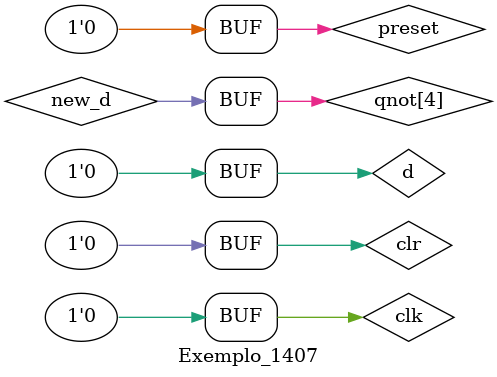
<source format=v>
/*
 Exemplo_1407.v - v0.0. - 05 / 11 / 2022
 Autor    : Gabriel Vargas Bento de Souza
 Matricula: 778023
 */

`include "FlipFlops.v"

/**
  Main
 */
module Exemplo_1407;
   wire q[5:0];       // q
   wire qnot[5:0];    // qnot
   reg  d;            // d (input)
   wire new_d;        // d       
   reg  clk;          // clock
   reg  preset;       // 1
   reg  clr;          // clear
   
   // instancias
   or  OR_1 (new_d, d, qnot[4]);

   dff D_1  (q[4], qnot[4], new_d, clk, preset, clr);
   dff D_2  (q[3], qnot[3], q[4],  clk, preset, clr);
   dff D_3  (q[2], qnot[2], q[3],  clk, preset, clr);
   dff D_4  (q[1], qnot[1], q[2],  clk, preset, clr);
   dff D_5  (q[0], qnot[0], q[1],  clk, preset, clr);

   
   // valores iniciais
   initial begin: start
      d         = 1'bx;
      clk       = 1'b0;
      preset    = 1'b1;
      clr       = 1'b0;
   end

   // parte principal
   initial begin: main
       $display("Gabriel Vargas Bento de Souza - 778023");
       $display("Exemplo_1407\n");
       $display("(Right) 'Twisted Ring' Register - 5 bits - preset[11111]\n");

       // monitoramento
       $display(" data a b c d e");
       $monitor(" %2b   %b %b %b %b %b", 
                 d, q[4], q[3], q[2], q[1], q[0]);

       // sinalizacao
           clk = ~clk; clk = ~clk;
       #1  clk = ~clk; clk = ~clk; d = 1'b1; preset = 1'b0;
       #1  clk = ~clk; clk = ~clk; d = 1'b0;
       #1  clk = ~clk; clk = ~clk; d = 1'b1;
       #1  clk = ~clk; clk = ~clk; d = 1'b1;
       #1  clk = ~clk; clk = ~clk; d = 1'b0;
       #1  clk = ~clk; clk = ~clk; d = 1'b0;
       #1  clk = ~clk; clk = ~clk; d = 1'b1;
       #1  clk = ~clk; clk = ~clk; d = 1'b1;
       #1  clk = ~clk; clk = ~clk; d = 1'b0;
       #1  clk = ~clk; clk = ~clk; d = 1'b0;
       #1  clk = ~clk; clk = ~clk; d = 1'b0;
       #1  clk = ~clk; clk = ~clk; d = 1'b0;
       #1  clk = ~clk; clk = ~clk; d = 1'b0;
       #1  clk = ~clk; clk = ~clk; d = 1'b0;
   end
endmodule // Exemplo_1407

/*
gabriel@desktop-ubuntu:~/Desktop/CC-PUC/2periodo/ARQ1/Tarefas/Guia14$ vvp Exemplo_1407.vvp
Gabriel Vargas Bento de Souza - 778023
Exemplo_1407

(Right) 'Twisted Ring' Register - 5 bits - preset[11111]

 data a b c d e
  x   1 1 1 1 1
  1   0 1 1 1 1
  0   1 0 1 1 1
  1   0 1 0 1 1
  1   1 0 1 0 1
  0   1 1 0 1 0
  0   0 1 1 0 1
  1   1 0 1 1 0
  1   1 1 0 1 1
  0   1 1 1 0 1
  0   0 1 1 1 0
  0   1 0 1 1 1
  0   0 1 0 1 1
  0   1 0 1 0 1
  0   0 1 0 1 0

*/
</source>
